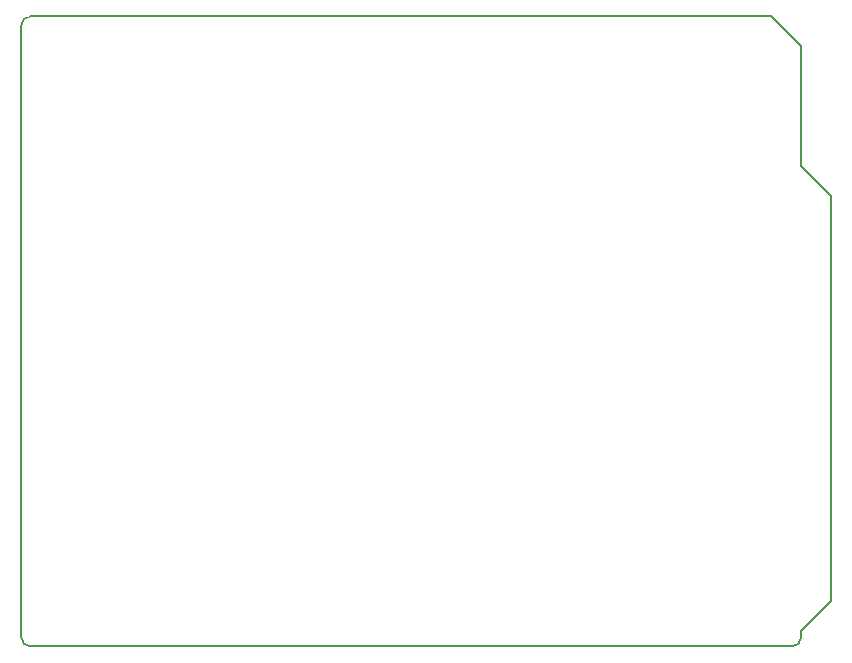
<source format=gm1>
%TF.GenerationSoftware,KiCad,Pcbnew,7.0.5*%
%TF.CreationDate,2024-08-01T11:48:32+09:00*%
%TF.ProjectId,Arduini-Sheild_L6470-rs485-canfd,41726475-696e-4692-9d53-6865696c645f,rev?*%
%TF.SameCoordinates,Original*%
%TF.FileFunction,Profile,NP*%
%FSLAX46Y46*%
G04 Gerber Fmt 4.6, Leading zero omitted, Abs format (unit mm)*
G04 Created by KiCad (PCBNEW 7.0.5) date 2024-08-01 11:48:32*
%MOMM*%
%LPD*%
G01*
G04 APERTURE LIST*
%TA.AperFunction,Profile*%
%ADD10C,0.150000*%
%TD*%
G04 APERTURE END LIST*
D10*
X166040000Y-59360000D02*
X168580000Y-61900000D01*
X100000000Y-99238000D02*
X100000000Y-47422000D01*
X168580000Y-61900000D02*
X168580000Y-96190000D01*
X165278000Y-100000000D02*
X100762000Y-100000000D01*
X100762000Y-46660000D02*
X163500000Y-46660000D01*
X100000000Y-99238000D02*
G75*
G03*
X100762000Y-100000000I762000J0D01*
G01*
X168580000Y-96190000D02*
X166040000Y-98730000D01*
X163500000Y-46660000D02*
X166040000Y-49200000D01*
X165278000Y-100000000D02*
G75*
G03*
X166040000Y-99238000I0J762000D01*
G01*
X166040000Y-49200000D02*
X166040000Y-59360000D01*
X166040000Y-98730000D02*
X166040000Y-99238000D01*
X100762000Y-46660000D02*
G75*
G03*
X100000000Y-47422000I0J-762000D01*
G01*
M02*

</source>
